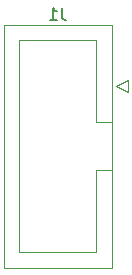
<source format=gbr>
%TF.GenerationSoftware,KiCad,Pcbnew,8.0.8*%
%TF.CreationDate,2025-04-07T16:00:04+02:00*%
%TF.ProjectId,tv25-tbar,74763235-2d74-4626-9172-2e6b69636164,rev?*%
%TF.SameCoordinates,Original*%
%TF.FileFunction,Legend,Bot*%
%TF.FilePolarity,Positive*%
%FSLAX46Y46*%
G04 Gerber Fmt 4.6, Leading zero omitted, Abs format (unit mm)*
G04 Created by KiCad (PCBNEW 8.0.8) date 2025-04-07 16:00:04*
%MOMM*%
%LPD*%
G01*
G04 APERTURE LIST*
%ADD10C,0.150000*%
%ADD11C,0.120000*%
G04 APERTURE END LIST*
D10*
X139063333Y-123194819D02*
X139063333Y-123909104D01*
X139063333Y-123909104D02*
X139110952Y-124051961D01*
X139110952Y-124051961D02*
X139206190Y-124147200D01*
X139206190Y-124147200D02*
X139349047Y-124194819D01*
X139349047Y-124194819D02*
X139444285Y-124194819D01*
X138063333Y-124194819D02*
X138634761Y-124194819D01*
X138349047Y-124194819D02*
X138349047Y-123194819D01*
X138349047Y-123194819D02*
X138444285Y-123337676D01*
X138444285Y-123337676D02*
X138539523Y-123432914D01*
X138539523Y-123432914D02*
X138634761Y-123480533D01*
D11*
%TO.C,J1*%
X134170000Y-124630000D02*
X143290000Y-124630000D01*
X134170000Y-145210000D02*
X134170000Y-124630000D01*
X135480000Y-125930000D02*
X141980000Y-125930000D01*
X135480000Y-143910000D02*
X135480000Y-125930000D01*
X141980000Y-125930000D02*
X141980000Y-132870000D01*
X141980000Y-132870000D02*
X143290000Y-132870000D01*
X141980000Y-136970000D02*
X141980000Y-136970000D01*
X141980000Y-136970000D02*
X141980000Y-143910000D01*
X141980000Y-143910000D02*
X135480000Y-143910000D01*
X143290000Y-124630000D02*
X143290000Y-145210000D01*
X143290000Y-136970000D02*
X141980000Y-136970000D01*
X143290000Y-145210000D02*
X134170000Y-145210000D01*
X143680000Y-129840000D02*
X144680000Y-130340000D01*
X144680000Y-129340000D02*
X143680000Y-129840000D01*
X144680000Y-130340000D02*
X144680000Y-129340000D01*
%TD*%
M02*

</source>
